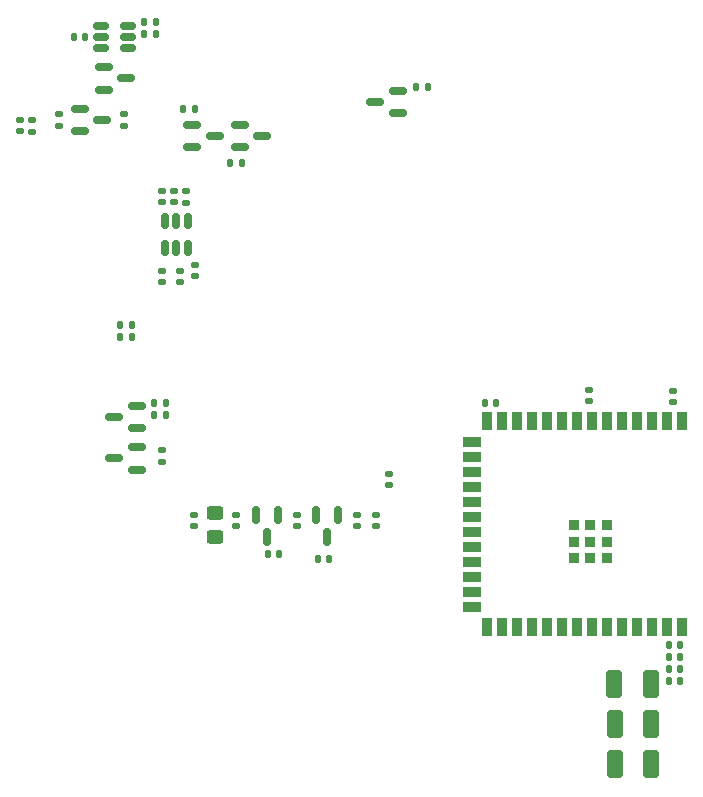
<source format=gbp>
%TF.GenerationSoftware,KiCad,Pcbnew,(7.0.0)*%
%TF.CreationDate,2023-03-19T15:39:49-07:00*%
%TF.ProjectId,ai-camera-rev2,61692d63-616d-4657-9261-2d726576322e,rev2*%
%TF.SameCoordinates,PX5a995c0PY2aea540*%
%TF.FileFunction,Paste,Bot*%
%TF.FilePolarity,Positive*%
%FSLAX46Y46*%
G04 Gerber Fmt 4.6, Leading zero omitted, Abs format (unit mm)*
G04 Created by KiCad (PCBNEW (7.0.0)) date 2023-03-19 15:39:49*
%MOMM*%
%LPD*%
G01*
G04 APERTURE LIST*
G04 Aperture macros list*
%AMRoundRect*
0 Rectangle with rounded corners*
0 $1 Rounding radius*
0 $2 $3 $4 $5 $6 $7 $8 $9 X,Y pos of 4 corners*
0 Add a 4 corners polygon primitive as box body*
4,1,4,$2,$3,$4,$5,$6,$7,$8,$9,$2,$3,0*
0 Add four circle primitives for the rounded corners*
1,1,$1+$1,$2,$3*
1,1,$1+$1,$4,$5*
1,1,$1+$1,$6,$7*
1,1,$1+$1,$8,$9*
0 Add four rect primitives between the rounded corners*
20,1,$1+$1,$2,$3,$4,$5,0*
20,1,$1+$1,$4,$5,$6,$7,0*
20,1,$1+$1,$6,$7,$8,$9,0*
20,1,$1+$1,$8,$9,$2,$3,0*%
G04 Aperture macros list end*
%ADD10RoundRect,0.150000X-0.587500X-0.150000X0.587500X-0.150000X0.587500X0.150000X-0.587500X0.150000X0*%
%ADD11RoundRect,0.250000X0.412500X0.925000X-0.412500X0.925000X-0.412500X-0.925000X0.412500X-0.925000X0*%
%ADD12RoundRect,0.135000X0.135000X0.185000X-0.135000X0.185000X-0.135000X-0.185000X0.135000X-0.185000X0*%
%ADD13RoundRect,0.140000X0.170000X-0.140000X0.170000X0.140000X-0.170000X0.140000X-0.170000X-0.140000X0*%
%ADD14R,0.900000X0.900000*%
%ADD15R,0.900000X1.500000*%
%ADD16R,1.500000X0.900000*%
%ADD17RoundRect,0.135000X-0.185000X0.135000X-0.185000X-0.135000X0.185000X-0.135000X0.185000X0.135000X0*%
%ADD18RoundRect,0.140000X-0.140000X-0.170000X0.140000X-0.170000X0.140000X0.170000X-0.140000X0.170000X0*%
%ADD19RoundRect,0.150000X0.587500X0.150000X-0.587500X0.150000X-0.587500X-0.150000X0.587500X-0.150000X0*%
%ADD20RoundRect,0.140000X-0.170000X0.140000X-0.170000X-0.140000X0.170000X-0.140000X0.170000X0.140000X0*%
%ADD21RoundRect,0.140000X0.140000X0.170000X-0.140000X0.170000X-0.140000X-0.170000X0.140000X-0.170000X0*%
%ADD22RoundRect,0.150000X-0.150000X0.587500X-0.150000X-0.587500X0.150000X-0.587500X0.150000X0.587500X0*%
%ADD23RoundRect,0.135000X-0.135000X-0.185000X0.135000X-0.185000X0.135000X0.185000X-0.135000X0.185000X0*%
%ADD24RoundRect,0.150000X0.512500X0.150000X-0.512500X0.150000X-0.512500X-0.150000X0.512500X-0.150000X0*%
%ADD25RoundRect,0.135000X0.185000X-0.135000X0.185000X0.135000X-0.185000X0.135000X-0.185000X-0.135000X0*%
%ADD26RoundRect,0.150000X-0.150000X0.512500X-0.150000X-0.512500X0.150000X-0.512500X0.150000X0.512500X0*%
%ADD27RoundRect,0.250000X0.450000X-0.325000X0.450000X0.325000X-0.450000X0.325000X-0.450000X-0.325000X0*%
G04 APERTURE END LIST*
D10*
X20562500Y-13810000D03*
X20562500Y-11910000D03*
X22437500Y-12860000D03*
D11*
X59375000Y-62637500D03*
X56300000Y-62637500D03*
D12*
X15430000Y-28870000D03*
X14410000Y-28870000D03*
D13*
X61250000Y-35390000D03*
X61250000Y-34430000D03*
D14*
X52859999Y-48629999D03*
X54259999Y-48629999D03*
X55659999Y-48629999D03*
X52859999Y-47229999D03*
X54259999Y-47229999D03*
X55659999Y-47229999D03*
X52859999Y-45829999D03*
X54259999Y-45829999D03*
X55659999Y-45829999D03*
D15*
X61979999Y-54479999D03*
X60709999Y-54479999D03*
X59439999Y-54479999D03*
X58169999Y-54479999D03*
X56899999Y-54479999D03*
X55629999Y-54479999D03*
X54359999Y-54479999D03*
X53089999Y-54479999D03*
X51819999Y-54479999D03*
X50549999Y-54479999D03*
X49279999Y-54479999D03*
X48009999Y-54479999D03*
X46739999Y-54479999D03*
X45469999Y-54479999D03*
D16*
X44219999Y-52714999D03*
X44219999Y-51444999D03*
X44219999Y-50174999D03*
X44219999Y-48904999D03*
X44219999Y-47634999D03*
X44219999Y-46364999D03*
X44219999Y-45094999D03*
X44219999Y-43824999D03*
X44219999Y-42554999D03*
X44219999Y-41284999D03*
X44219999Y-40014999D03*
X44219999Y-38744999D03*
D15*
X45469999Y-36979999D03*
X46739999Y-36979999D03*
X48009999Y-36979999D03*
X49279999Y-36979999D03*
X50549999Y-36979999D03*
X51819999Y-36979999D03*
X53089999Y-36979999D03*
X54359999Y-36979999D03*
X55629999Y-36979999D03*
X56899999Y-36979999D03*
X58169999Y-36979999D03*
X59439999Y-36979999D03*
X60709999Y-36979999D03*
X61979999Y-36979999D03*
D13*
X18000000Y-18480000D03*
X18000000Y-17520000D03*
X19500000Y-25230000D03*
X19500000Y-24270000D03*
X37236400Y-42418000D03*
X37236400Y-41458000D03*
D17*
X20000000Y-17490000D03*
X20000000Y-18510000D03*
D13*
X14750000Y-11980000D03*
X14750000Y-11020000D03*
X18000000Y-25230000D03*
X18000000Y-24270000D03*
D18*
X60895000Y-56975000D03*
X61855000Y-56975000D03*
D19*
X15837500Y-39210000D03*
X15837500Y-41110000D03*
X13962500Y-40160000D03*
D13*
X6000000Y-12480000D03*
X6000000Y-11520000D03*
D20*
X29413200Y-44941900D03*
X29413200Y-45901900D03*
D12*
X40510000Y-8750000D03*
X39490000Y-8750000D03*
D21*
X11500000Y-4500000D03*
X10540000Y-4500000D03*
D11*
X59387500Y-66050000D03*
X56312500Y-66050000D03*
D22*
X30990200Y-44934900D03*
X32890200Y-44934900D03*
X31940200Y-46809900D03*
D21*
X46300000Y-35440000D03*
X45340000Y-35440000D03*
D13*
X20726400Y-45878800D03*
X20726400Y-44918800D03*
D12*
X17510000Y-3250000D03*
X16490000Y-3250000D03*
D23*
X19740000Y-10570000D03*
X20760000Y-10570000D03*
D13*
X20750000Y-24730000D03*
X20750000Y-23770000D03*
D10*
X11062500Y-12450000D03*
X11062500Y-10550000D03*
X12937500Y-11500000D03*
D18*
X60895000Y-55975000D03*
X61855000Y-55975000D03*
D10*
X13062500Y-8950000D03*
X13062500Y-7050000D03*
X14937500Y-8000000D03*
D24*
X15137500Y-3550000D03*
X15137500Y-4500000D03*
X15137500Y-5450000D03*
X12862500Y-5450000D03*
X12862500Y-4500000D03*
X12862500Y-3550000D03*
D12*
X17510000Y-4250000D03*
X16490000Y-4250000D03*
D20*
X24282400Y-44918800D03*
X24282400Y-45878800D03*
D23*
X17310000Y-36460000D03*
X18330000Y-36460000D03*
D25*
X7000000Y-12510000D03*
X7000000Y-11490000D03*
D12*
X18330000Y-35450000D03*
X17310000Y-35450000D03*
D18*
X60920000Y-59000000D03*
X61880000Y-59000000D03*
X31206200Y-48666400D03*
X32166200Y-48666400D03*
D20*
X9250000Y-11020000D03*
X9250000Y-11980000D03*
X54102000Y-34346000D03*
X54102000Y-35306000D03*
D18*
X60895000Y-58000000D03*
X61855000Y-58000000D03*
X26952000Y-48260000D03*
X27912000Y-48260000D03*
D13*
X19000000Y-18480000D03*
X19000000Y-17520000D03*
D11*
X59362500Y-59250000D03*
X56287500Y-59250000D03*
D26*
X18250000Y-20062500D03*
X19200000Y-20062500D03*
X20150000Y-20062500D03*
X20150000Y-22337500D03*
X19200000Y-22337500D03*
X18250000Y-22337500D03*
D19*
X37937500Y-9050000D03*
X37937500Y-10950000D03*
X36062500Y-10000000D03*
D27*
X22504400Y-46795800D03*
X22504400Y-44745800D03*
D20*
X34512200Y-44932900D03*
X34512200Y-45892900D03*
D12*
X24740000Y-15150000D03*
X23720000Y-15150000D03*
D20*
X18000000Y-39480000D03*
X18000000Y-40440000D03*
X36068000Y-44935200D03*
X36068000Y-45895200D03*
D22*
X25923200Y-44934900D03*
X27823200Y-44934900D03*
X26873200Y-46809900D03*
D10*
X24562500Y-13800000D03*
X24562500Y-11900000D03*
X26437500Y-12850000D03*
D23*
X14410000Y-29880000D03*
X15430000Y-29880000D03*
D19*
X15837500Y-35700000D03*
X15837500Y-37600000D03*
X13962500Y-36650000D03*
M02*

</source>
